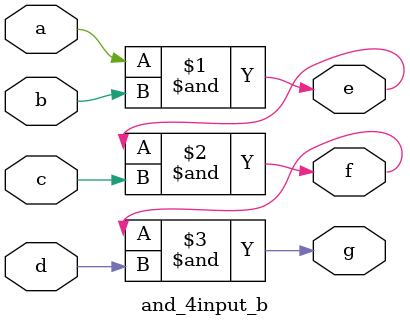
<source format=v>
`timescale 1ns / 1ps

module and_4input_b(
    input a, b, c, d,
    output e, f, g
    );
    assign e = a & b;
    assign f = e & c;
    assign g = f & d;
endmodule
</source>
